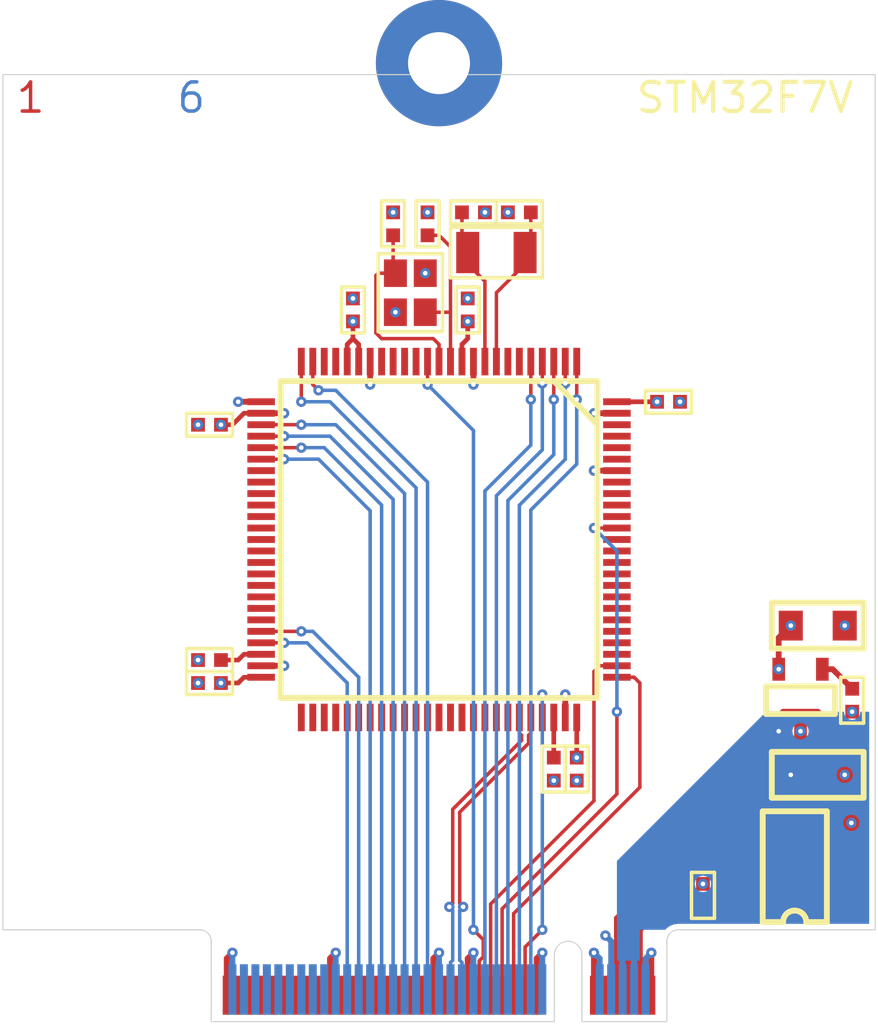
<source format=kicad_pcb>
(kicad_pcb (version 20240108) (generator "pcbnew") (generator_version "8.0")
  (layers (0 "F.Cu" signal "Top Layer") (1 "In1.Cu" signal "Signal Layer 1") (2 "In2.Cu" signal "Signal Layer 2") (3 "In3.Cu" signal "Signal Layer 3") (4 "In4.Cu" signal "Signal Layer 4") (31 "B.Cu" signal "Bottom Layer") (34 "B.Paste" user "Bottom Paste") (35 "F.Paste" user "Top Paste") (36 "B.SilkS" user "Bottom Overlay") (37 "F.SilkS" user "Top Overlay") (38 "B.Mask" user "Bottom Solder") (39 "F.Mask" user "Top Solder") (44 "Edge.Cuts" user))
  (net 0 "")
  (net 1 "V3.3")
  (net 2 "NetC17_2")
  (net 3 "NetC16_2")
  (net 4 "NetC15_2")
  (net 5 "NetC9_1")
  (net 6 "NetC8_1")
  (net 7 "NetC3_2")
  (net 8 "NetC2_2")
  (net 9 "VMGMT")
  (net 10 "MGMT_SDA")
  (net 11 "MGMT_SCL")
  (net 12 "GND")
  (net 13 "D_N")
  (net 14 "D_P")
  (net 15 "GPIO0")
  (net 16 "GPIO1")
  (net 17 "GPIO2")
  (net 18 "GPIO3")
  (net 19 "GPIO4")
  (net 20 "GPIO5")
  (net 21 "GPIO6")
  (net 22 "GPIO7")
  (net 23 "JTCK")
  (net 24 "JTDI")
  (net 25 "JTDO")
  (net 26 "JTMS")
  (net 27 "NRST")
  (net 28 "TRACECLK")
  (net 29 "TRACED0")
  (net 30 "TRACED1")
  (net 31 "TRACED2")
  (net 32 "TRACED3")
  (net 33 "VIN")
  (footprint "misc.IntLib:0402" (layer "F.Cu") (at 166.5011 111.6286 90)
    (property "Reference" "C15" (hide yes))
    (property "Value" "100nF" (hide yes))
  )
  (footprint "misc.IntLib:0402" (layer "F.Cu") (at 154.5011 114.6286 90)
    (property "Reference" "C10" (hide yes))
    (property "Value" "100n" (hide yes))
  )
  (footprint "misc.IntLib:SO8" (layer "F.Cu") (at 164.0011 118.8786 90)
    (property "Reference" "U1" (hide yes))
    (property "Value" "24Cxx" (hide yes))
  )
  (footprint "misc.IntLib:0402" (layer "F.Cu") (at 138.5011 109.8786)
    (property "Reference" "C3" (hide yes))
    (property "Value" "2.2u" (hide yes))
  )
  (footprint "misc.IntLib:0402" (layer "F.Cu") (at 138.5011 110.8786)
    (property "Reference" "C12" (hide yes))
    (property "Value" "100n" (hide yes))
  )
  (footprint "" (layer "F.Cu") (at 148.5011 83.8786)
    (property "Reference" "")
    (property "Value" "")
  )
  (footprint "misc.IntLib:XTAL-3215" (layer "F.Cu") (at 151.0011 92.1286)
    (property "Reference" "Y2" (hide yes))
    (property "Value" "32.768kHz" (hide yes))
  )
  (footprint "misc.IntLib:0402" (layer "F.Cu") (at 160.0011 120.1286 -90)
    (property "Reference" "C1" (hide yes))
    (property "Value" "100nF" (hide yes))
  )
  (footprint "misc.IntLib:0805" (layer "F.Cu") (at 165.0011 108.3786 180)
    (property "Reference" "C14" (hide yes))
    (property "Value" "22uF" (hide yes))
  )
  (footprint "misc.IntLib:0402" (layer "F.Cu") (at 153.5011 114.6286 90)
    (property "Reference" "C2" (hide yes))
    (property "Value" "2.2u" (hide yes))
  )
  (footprint "misc.IntLib:0402" (layer "F.Cu") (at 144.7511 94.6286 -90)
    (property "Reference" "C6" (hide yes))
    (property "Value" "100n" (hide yes))
  )
  (footprint "misc.IntLib:M.2_B_EDGE" (layer "F.Cu") (at 148.5011 121.6286)
    (property "Reference" "P1" (hide yes))
    (property "Value" "M.2_B" (hide yes))
  )
  (footprint "misc.IntLib:XTAL-2520-4SMD" (layer "F.Cu") (at 147.2511 93.8786 90)
    (property "Reference" "Y1" (hide yes))
    (property "Value" "12MHz" (hide yes))
  )
  (footprint "misc.IntLib:0402" (layer "F.Cu") (at 150.0011 90.3786 180)
    (property "Reference" "C16" (hide yes))
    (property "Value" "22p" (hide yes))
  )
  (footprint "misc.IntLib:0805" (layer "F.Cu") (at 165.0011 114.8786 180)
    (property "Reference" "C13" (hide yes))
    (property "Value" "22uF" (hide yes))
  )
  (footprint "misc.IntLib:0402" (layer "F.Cu") (at 146.5011 90.8786 90)
    (property "Reference" "C9" (hide yes))
    (property "Value" "10p" (hide yes))
  )
  (footprint "misc.IntLib:0402" (layer "F.Cu") (at 138.5011 99.6286)
    (property "Reference" "C11" (hide yes))
    (property "Value" "100n" (hide yes))
  )
  (footprint "misc.IntLib:0402" (layer "F.Cu") (at 158.5011 98.6286 180)
    (property "Reference" "C5" (hide yes))
    (property "Value" "100n" (hide yes))
  )
  (footprint "misc.IntLib:QFP100" (layer "F.Cu") (at 148.5011 104.6286 180)
    (property "Reference" "U2" (hide yes))
    (property "Value" "STM32F730V" (hide yes))
  )
  (footprint "misc.IntLib:0402" (layer "F.Cu") (at 152.0011 90.3786)
    (property "Reference" "C17" (hide yes))
    (property "Value" "22p" (hide yes))
  )
  (footprint "misc.IntLib:SOT23-5" (layer "F.Cu") (at 164.2511 111.6286)
    (property "Reference" "U3" (hide yes))
    (property "Value" "RT9193-33" (hide yes))
  )
  (footprint "misc.IntLib:0402" (layer "F.Cu") (at 148.0011 90.8786 90)
    (property "Reference" "C8" (hide yes))
    (property "Value" "10p" (hide yes))
  )
  (footprint "misc.IntLib:0402" (layer "F.Cu") (at 149.7511 94.6286 -90)
    (property "Reference" "C4" (hide yes))
    (property "Value" "100n" (hide yes))
  )
  (gr_arc (start 154.1261 122.1286) (mid 154.550364 122.304336) (end 154.7261 122.7286) (stroke (width 0.05)) (layer "Edge.Cuts"))
  (gr_line (start 167.5011 84.3786) (end 167.5011 121.6286) (stroke (width 0.05)) (layer "Edge.Cuts"))
  (gr_line (start 138.0761 121.6286) (end 129.5011 121.6286) (stroke (width 0.05)) (layer "Edge.Cuts"))
  (gr_line (start 154.7261 125.6286) (end 154.7261 122.7286) (stroke (width 0.05)) (layer "Edge.Cuts"))
  (gr_line (start 158.4261 122.1286) (end 158.4261 125.6286) (stroke (width 0.05)) (layer "Edge.Cuts"))
  (gr_line (start 153.5261 122.7286) (end 153.5261 125.6286) (stroke (width 0.05)) (layer "Edge.Cuts"))
  (gr_arc (start 158.4261 122.1286) (mid 158.572547 121.775047) (end 158.9261 121.6286) (stroke (width 0.05)) (layer "Edge.Cuts"))
  (gr_line (start 153.5261 125.6286) (end 138.5761 125.6286) (stroke (width 0.05)) (layer "Edge.Cuts"))
  (gr_arc (start 138.0761 121.6286) (mid 138.429653 121.775047) (end 138.5761 122.1286) (stroke (width 0.05)) (layer "Edge.Cuts"))
  (gr_line (start 129.5011 84.3786) (end 167.5011 84.3786) (stroke (width 0.05)) (layer "Edge.Cuts"))
  (gr_line (start 167.5011 121.6286) (end 158.9261 121.6286) (stroke (width 0.05)) (layer "Edge.Cuts"))
  (gr_line (start 138.5761 125.6286) (end 138.5761 122.1286) (stroke (width 0.05)) (layer "Edge.Cuts"))
  (gr_arc (start 153.5261 122.7286) (mid 153.701836 122.304336) (end 154.1261 122.1286) (stroke (width 0.05)) (layer "Edge.Cuts"))
  (gr_line (start 158.4261 125.6286) (end 154.7261 125.6286) (stroke (width 0.05)) (layer "Edge.Cuts"))
  (gr_line (start 129.5011 121.6286) (end 129.5011 84.3786) (stroke (width 0.05)) (layer "Edge.Cuts"))
  (gr_text "1" (at 130.0011 86.1286 360) (layer "F.Cu") (effects (font (size 1.27 1.27) (thickness 0.1524)) (justify left bottom)))
  (gr_text "6" (at 137.0011 86.1286 360) (layer "B.Cu") (effects (font (size 1.27 1.27) (thickness 0.1524)) (justify left bottom)))
  (gr_text "STM32F7V" (at 157.0011 86.1286 0) (layer "F.SilkS") (effects (font (size 1.27 1.27) (thickness 0.1778)) (justify left bottom)))
  (segment (start 140.0011 99.1286) (end 140.7511 99.1286) (width 0.2032) (layer "F.Cu") (net 1))
  (segment (start 163.3011 110.2786) (end 163.3011 108.9036) (width 0.254) (layer "F.Cu") (net 1))
  (segment (start 144.7511 95.8786) (end 144.7511 95.1286) (width 0.2032) (layer "F.Cu") (net 1))
  (segment (start 140.0011 110.6286) (end 140.7511 110.6286) (width 0.2032) (layer "F.Cu") (net 1))
  (segment (start 140.7511 99.1286) (end 141.7511 99.1286) (width 0.254) (layer "F.Cu") (net 1))
  (segment (start 144.5011 96.8786) (end 144.5011 96.1286) (width 0.2032) (layer "F.Cu") (net 1))
  (segment (start 144.7511 95.8786) (end 145.0011 96.1286) (width 0.2032) (layer "F.Cu") (net 1))
  (segment (start 139.5011 99.6286) (end 140.0011 99.1286) (width 0.2032) (layer "F.Cu") (net 1))
  (segment (start 149.5011 96.1286) (end 149.7511 95.8786) (width 0.2032) (layer "F.Cu") (net 1))
  (segment (start 145.0011 96.8786) (end 145.0011 96.1286) (width 0.2032) (layer "F.Cu") (net 1))
  (segment (start 154.5011 114.1286) (end 154.5011 112.3786) (width 0.2032) (layer "F.Cu") (net 1))
  (segment (start 163.3011 108.9036) (end 163.8261 108.3786) (width 0.254) (layer "F.Cu") (net 1))
  (segment (start 144.5011 96.1286) (end 144.7511 95.8786) (width 0.2032) (layer "F.Cu") (net 1))
  (segment (start 139.7511 110.8786) (end 140.0011 110.6286) (width 0.2032) (layer "F.Cu") (net 1))
  (segment (start 156.2511 98.6286) (end 158.0011 98.6286) (width 0.2032) (layer "F.Cu") (net 1))
  (segment (start 149.5011 96.8786) (end 149.5011 96.1286) (width 0.2032) (layer "F.Cu") (net 1))
  (segment (start 139.0011 110.8786) (end 139.7511 110.8786) (width 0.2032) (layer "F.Cu") (net 1))
  (segment (start 139.0011 99.6286) (end 139.5011 99.6286) (width 0.2032) (layer "F.Cu") (net 1))
  (segment (start 149.7511 95.8786) (end 149.7511 95.1286) (width 0.2032) (layer "F.Cu") (net 1))
  (via (at 163.3011 110.2786) (size 0.45) (drill 0.2) (layers "F.Cu" "B.Cu") (net 1))
  (via (at 154.5011 114.1286) (size 0.45) (drill 0.2) (layers "F.Cu" "B.Cu") (net 1))
  (via (at 141.7511 99.1286) (size 0.45) (drill 0.2) (layers "F.Cu" "B.Cu") (net 1))
  (via (at 163.8261 108.3786) (size 0.45) (drill 0.2) (layers "F.Cu" "B.Cu") (net 1))
  (via (at 139.0011 99.6286) (size 0.45) (drill 0.2) (layers "F.Cu" "B.Cu") (net 1))
  (via (at 158.0011 98.6286) (size 0.45) (drill 0.2) (layers "F.Cu" "B.Cu") (net 1))
  (via (at 139.0011 110.8786) (size 0.45) (drill 0.2) (layers "F.Cu" "B.Cu") (net 1))
  (via (at 149.7511 95.1286) (size 0.45) (drill 0.2) (layers "F.Cu" "B.Cu") (net 1))
  (via (at 144.7511 95.1286) (size 0.45) (drill 0.2) (layers "F.Cu" "B.Cu") (net 1))
  (via (at 155.7511 121.8786) (size 0.45) (drill 0.2) (layers "F.Cu" "B.Cu") (net 1))
  (segment (start 155.7511 121.8786) (end 156.0011 122.1286) (width 0.254) (layer "B.Cu") (net 1))
  (segment (start 156.0011 124.2286) (end 156.0011 122.1286) (width 0.254) (layer "B.Cu") (net 1))
  (segment (start 152.5011 91.8786) (end 152.5011 90.3786) (width 0.1524) (layer "F.Cu") (net 2))
  (segment (start 152.2511 92.6286) (end 152.2511 92.1286) (width 0.1524) (layer "F.Cu") (net 2))
  (segment (start 151.0011 96.8786) (end 151.0011 93.8786) (width 0.1524) (layer "F.Cu") (net 2))
  (segment (start 151.0011 93.8786) (end 152.2511 92.6286) (width 0.1524) (layer "F.Cu") (net 2))
  (segment (start 152.2511 92.1286) (end 152.5011 91.8786) (width 0.1524) (layer "F.Cu") (net 2))
  (segment (start 150.5011 96.8786) (end 150.5011 93.3786) (width 0.1524) (layer "F.Cu") (net 3))
  (segment (start 149.7511 92.6286) (end 150.5011 93.3786) (width 0.1524) (layer "F.Cu") (net 3))
  (segment (start 149.7511 92.6286) (end 149.7511 92.1286) (width 0.1524) (layer "F.Cu") (net 3))
  (segment (start 149.5011 91.8786) (end 149.7511 92.1286) (width 0.1524) (layer "F.Cu") (net 3))
  (segment (start 149.5011 91.8786) (end 149.5011 90.3786) (width 0.1524) (layer "F.Cu") (net 3))
  (segment (start 165.2011 110.2786) (end 165.6511 110.2786) (width 0.254) (layer "F.Cu") (net 4))
  (segment (start 165.6511 110.2786) (end 166.5011 111.1286) (width 0.254) (layer "F.Cu") (net 4))
  (segment (start 148.5011 96.8786) (end 148.5011 96.1286) (width 0.1524) (layer "F.Cu") (net 5))
  (segment (start 145.7511 93.1286) (end 145.8511 93.0286) (width 0.1524) (layer "F.Cu") (net 5))
  (segment (start 146.5011 92.9286) (end 146.6011 93.0286) (width 0.1524) (layer "F.Cu") (net 5))
  (segment (start 146.0011 95.8786) (end 148.2511 95.8786) (width 0.1524) (layer "F.Cu") (net 5))
  (segment (start 145.8511 93.0286) (end 146.6011 93.0286) (width 0.1524) (layer "F.Cu") (net 5))
  (segment (start 145.7511 95.6286) (end 146.0011 95.8786) (width 0.1524) (layer "F.Cu") (net 5))
  (segment (start 146.5011 92.9286) (end 146.5011 91.3786) (width 0.1524) (layer "F.Cu") (net 5))
  (segment (start 148.2511 95.8786) (end 148.5011 96.1286) (width 0.1524) (layer "F.Cu") (net 5))
  (segment (start 145.7511 95.6286) (end 145.7511 93.1286) (width 0.1524) (layer "F.Cu") (net 5))
  (segment (start 148.0011 91.3786) (end 148.5011 91.3786) (width 0.1524) (layer "F.Cu") (net 6))
  (segment (start 149.0011 96.8786) (end 149.0011 94.7286) (width 0.1524) (layer "F.Cu") (net 6))
  (segment (start 148.5011 91.3786) (end 149.0011 91.8786) (width 0.1524) (layer "F.Cu") (net 6))
  (segment (start 149.0011 94.7286) (end 149.0011 91.8786) (width 0.1524) (layer "F.Cu") (net 6))
  (segment (start 147.9011 94.7286) (end 149.0011 94.7286) (width 0.1524) (layer "F.Cu") (net 6))
  (segment (start 140.0011 109.6286) (end 140.7511 109.6286) (width 0.2032) (layer "F.Cu") (net 7))
  (segment (start 139.7511 109.8786) (end 140.0011 109.6286) (width 0.2032) (layer "F.Cu") (net 7))
  (segment (start 139.0011 109.8786) (end 139.7511 109.8786) (width 0.2032) (layer "F.Cu") (net 7))
  (segment (start 153.5011 112.3786) (end 153.5011 112.3786) (width 0.2032) (layer "F.Cu") (net 8))
  (segment (start 153.5011 114.1286) (end 153.5011 112.3786) (width 0.2032) (layer "F.Cu") (net 8))
  (segment (start 157.2511 124.4786) (end 157.2511 121.6286) (width 0.254) (layer "F.Cu") (net 9))
  (segment (start 157.2511 121.6286) (end 158.0961 120.7836) (width 0.254) (layer "F.Cu") (net 9))
  (segment (start 158.0961 120.7836) (end 161.5373 120.7836) (width 0.254) (layer "F.Cu") (net 9))
  (segment (start 160.4061 116.9736) (end 161.5373 116.9736) (width 0.254) (layer "F.Cu") (net 10))
  (segment (start 156.2511 121.1286) (end 160.4061 116.9736) (width 0.254) (layer "F.Cu") (net 10))
  (segment (start 156.2511 124.4786) (end 156.2511 121.1286) (width 0.254) (layer "F.Cu") (net 10))
  (segment (start 159.8561 118.2736) (end 161.5373 118.2736) (width 0.254) (layer "F.Cu") (net 11))
  (segment (start 156.7511 121.3786) (end 159.8561 118.2736) (width 0.254) (layer "F.Cu") (net 11))
  (segment (start 156.7511 124.4786) (end 156.7511 121.3786) (width 0.254) (layer "F.Cu") (net 11))
  (segment (start 139.2511 122.8786) (end 139.5011 122.6286) (width 0.254) (layer "F.Cu") (net 12))
  (segment (start 155.2511 124.4786) (end 155.2511 122.6286) (width 0.254) (layer "F.Cu") (net 12))
  (segment (start 152.7511 122.8786) (end 153.0011 122.6286) (width 0.254) (layer "F.Cu") (net 12))
  (segment (start 148.2511 124.4786) (end 148.2511 122.8786) (width 0.254) (layer "F.Cu") (net 12))
  (segment (start 154.0011 112.3786) (end 154.0011 111.3786) (width 0.254) (layer "F.Cu") (net 12))
  (segment (start 149.7511 124.4786) (end 149.7511 122.8786) (width 0.254) (layer "F.Cu") (net 12))
  (segment (start 149.7511 122.8786) (end 150.0011 122.6286) (width 0.254) (layer "F.Cu") (net 12))
  (segment (start 143.7511 124.4786) (end 143.7511 122.8786) (width 0.254) (layer "F.Cu") (net 12))
  (segment (start 148.2511 122.8786) (end 148.5011 122.6286) (width 0.254) (layer "F.Cu") (net 12))
  (segment (start 152.7511 124.4786) (end 152.7511 122.8786) (width 0.254) (layer "F.Cu") (net 12))
  (segment (start 145.5011 97.8786) (end 145.5011 96.8786) (width 0.254) (layer "F.Cu") (net 12))
  (segment (start 143.7511 122.8786) (end 144.0011 122.6286) (width 0.254) (layer "F.Cu") (net 12))
  (segment (start 150.0011 97.8786) (end 150.0011 96.8786) (width 0.254) (layer "F.Cu") (net 12))
  (segment (start 140.7511 110.1286) (end 141.7511 110.1286) (width 0.254) (layer "F.Cu") (net 12))
  (segment (start 139.7511 98.6286) (end 140.7511 98.6286) (width 0.254) (layer "F.Cu") (net 12))
  (segment (start 139.2511 124.4786) (end 139.2511 122.8786) (width 0.254) (layer "F.Cu") (net 12))
  (segment (start 155.2511 101.6286) (end 156.2511 101.6286) (width 0.254) (layer "F.Cu") (net 12))
  (segment (start 155.2511 99.1286) (end 156.2511 99.1286) (width 0.254) (layer "F.Cu") (net 12))
  (segment (start 157.7511 124.4786) (end 157.7511 122.6286) (width 0.254) (layer "F.Cu") (net 12))
  (via (at 146.6011 94.7286) (size 0.45) (drill 0.2) (layers "F.Cu" "B.Cu") (net 12))
  (via (at 154.5011 115.1286) (size 0.45) (drill 0.2) (layers "F.Cu" "B.Cu") (net 12))
  (via (at 149.7511 94.1286) (size 0.45) (drill 0.2) (layers "F.Cu" "B.Cu") (net 12))
  (via (at 141.7511 110.1286) (size 0.45) (drill 0.2) (layers "F.Cu" "B.Cu") (net 12))
  (via (at 155.2511 99.1286) (size 0.45) (drill 0.2) (layers "F.Cu" "B.Cu") (net 12))
  (via (at 154.0011 111.3786) (size 0.45) (drill 0.2) (layers "F.Cu" "B.Cu") (net 12))
  (via (at 157.7511 122.6286) (size 0.45) (drill 0.2) (layers "F.Cu" "B.Cu") (net 12))
  (via (at 150.0011 97.8786) (size 0.45) (drill 0.2) (layers "F.Cu" "B.Cu") (net 12))
  (via (at 155.2511 122.6286) (size 0.45) (drill 0.2) (layers "F.Cu" "B.Cu") (net 12))
  (via (at 160.0011 119.6286) (size 0.45) (drill 0.2) (layers "F.Cu" "B.Cu") (net 12))
  (via (at 155.2511 101.6286) (size 0.45) (drill 0.2) (layers "F.Cu" "B.Cu") (net 12))
  (via (at 145.5011 97.8786) (size 0.45) (drill 0.2) (layers "F.Cu" "B.Cu") (net 12))
  (via (at 166.1761 114.8786) (size 0.45) (drill 0.2) (layers "F.Cu" "B.Cu") (net 12))
  (via (at 159.0011 98.6286) (size 0.45) (drill 0.2) (layers "F.Cu" "B.Cu") (net 12))
  (via (at 166.1761 108.3786) (size 0.45) (drill 0.2) (layers "F.Cu" "B.Cu") (net 12))
  (via (at 147.9011 93.0286) (size 0.45) (drill 0.2) (layers "F.Cu" "B.Cu") (net 12))
  (via (at 144.0011 122.6286) (size 0.45) (drill 0.2) (layers "F.Cu" "B.Cu") (net 12))
  (via (at 148.0011 90.3786) (size 0.45) (drill 0.2) (layers "F.Cu" "B.Cu") (net 12))
  (via (at 138.0011 109.8786) (size 0.45) (drill 0.2) (layers "F.Cu" "B.Cu") (net 12))
  (via (at 164.2511 112.9786) (size 0.45) (drill 0.2) (layers "F.Cu" "B.Cu") (net 12))
  (via (at 146.5011 90.3786) (size 0.45) (drill 0.2) (layers "F.Cu" "B.Cu") (net 12))
  (via (at 166.4649 116.9736) (size 0.45) (drill 0.2) (layers "F.Cu" "B.Cu") (net 12))
  (via (at 139.5011 122.6286) (size 0.45) (drill 0.2) (layers "F.Cu" "B.Cu") (net 12))
  (via (at 150.0011 122.6286) (size 0.45) (drill 0.2) (layers "F.Cu" "B.Cu") (net 12))
  (via (at 139.7511 98.6286) (size 0.45) (drill 0.2) (layers "F.Cu" "B.Cu") (net 12))
  (via (at 150.5011 90.3786) (size 0.45) (drill 0.2) (layers "F.Cu" "B.Cu") (net 12))
  (via (at 148.5011 122.6286) (size 0.45) (drill 0.2) (layers "F.Cu" "B.Cu") (net 12))
  (via (at 151.5011 90.3786) (size 0.45) (drill 0.2) (layers "F.Cu" "B.Cu") (net 12))
  (via (at 153.5011 115.1286) (size 0.45) (drill 0.2) (layers "F.Cu" "B.Cu") (net 12))
  (via (at 138.0011 99.6286) (size 0.45) (drill 0.2) (layers "F.Cu" "B.Cu") (net 12))
  (via (at 166.5011 112.1286) (size 0.45) (drill 0.2) (layers "F.Cu" "B.Cu") (net 12))
  (via (at 138.0011 110.8786) (size 0.45) (drill 0.2) (layers "F.Cu" "B.Cu") (net 12))
  (via (at 144.7511 94.1286) (size 0.45) (drill 0.2) (layers "F.Cu" "B.Cu") (net 12))
  (via (at 153.0011 122.6286) (size 0.45) (drill 0.2) (layers "F.Cu" "B.Cu") (net 12))
  (segment (start 157.5011 124.2286) (end 157.5011 122.8786) (width 0.254) (layer "B.Cu") (net 12))
  (segment (start 139.5011 124.2286) (end 139.5011 122.6286) (width 0.254) (layer "B.Cu") (net 12))
  (segment (start 148.5011 124.2286) (end 148.5011 122.6286) (width 0.254) (layer "B.Cu") (net 12))
  (segment (start 155.5011 124.2286) (end 155.5011 122.8786) (width 0.254) (layer "B.Cu") (net 12))
  (segment (start 157.5011 122.8786) (end 157.7511 122.6286) (width 0.254) (layer "B.Cu") (net 12))
  (segment (start 144.0011 124.2286) (end 144.0011 122.6286) (width 0.254) (layer "B.Cu") (net 12))
  (segment (start 153.0011 124.2286) (end 153.0011 122.6286) (width 0.254) (layer "B.Cu") (net 12))
  (segment (start 155.2511 122.6286) (end 155.5011 122.8786) (width 0.254) (layer "B.Cu") (net 12))
  (segment (start 150.0011 124.2286) (end 150.0011 122.6286) (width 0.254) (layer "B.Cu") (net 12))
  (segment (start 149.0987 120.47979) (end 149.0987 116.3786) (width 0.1524) (layer "F.Cu") (net 13))
  (segment (start 152.0987 113.3786) (end 152.0987 113.1524) (width 0.1524) (layer "F.Cu") (net 13))
  (segment (start 152.0011 113.0548) (end 152.0011 112.3786) (width 0.1524) (layer "F.Cu") (net 13))
  (segment (start 149.0987 116.3786) (end 152.0987 113.3786) (width 0.1524) (layer "F.Cu") (net 13))
  (segment (start 148.9499 120.6286) (end 149.0987 120.47979) (width 0.1524) (layer "F.Cu") (net 13))
  (segment (start 152.0011 113.0548) (end 152.0987 113.1524) (width 0.1524) (layer "F.Cu") (net 13))
  (via (at 148.9499 120.6286) (size 0.45) (drill 0.2) (layers "F.Cu" "B.Cu") (net 13))
  (segment (start 149.0011 123.0524) (end 149.0987 122.9548) (width 0.1524) (layer "B.Cu") (net 13))
  (segment (start 148.9499 120.6286) (end 149.0987 120.7774) (width 0.1524) (layer "B.Cu") (net 13))
  (segment (start 149.0011 124.2286) (end 149.0011 123.0524) (width 0.1524) (layer "B.Cu") (net 13))
  (segment (start 149.0987 122.9548) (end 149.0987 120.7774) (width 0.1524) (layer "B.Cu") (net 13))
  (segment (start 152.4035 113.50485) (end 152.4035 113.1524) (width 0.1524) (layer "F.Cu") (net 14))
  (segment (start 149.4035 120.47979) (end 149.4035 116.50485) (width 0.1524) (layer "F.Cu") (net 14))
  (segment (start 149.4035 116.50485) (end 152.4035 113.50485) (width 0.1524) (layer "F.Cu") (net 14))
  (segment (start 149.4035 120.47979) (end 149.5523 120.6286) (width 0.1524) (layer "F.Cu") (net 14))
  (segment (start 152.5011 113.0548) (end 152.5011 112.3786) (width 0.1524) (layer "F.Cu") (net 14))
  (segment (start 152.4035 113.1524) (end 152.5011 113.0548) (width 0.1524) (layer "F.Cu") (net 14))
  (via (at 149.5523 120.6286) (size 0.45) (drill 0.2) (layers "F.Cu" "B.Cu") (net 14))
  (segment (start 149.4035 122.9548) (end 149.4035 120.7774) (width 0.1524) (layer "B.Cu") (net 14))
  (segment (start 149.4035 122.9548) (end 149.5011 123.0524) (width 0.1524) (layer "B.Cu") (net 14))
  (segment (start 149.5011 124.2286) (end 149.5011 123.0524) (width 0.1524) (layer "B.Cu") (net 14))
  (segment (start 149.4035 120.7774) (end 149.5523 120.6286) (width 0.1524) (layer "B.Cu") (net 14))
  (segment (start 143.0011 97.8786) (end 143.2511 98.1286) (width 0.1524) (layer "F.Cu") (net 15))
  (segment (start 143.0011 97.8786) (end 143.0011 96.8786) (width 0.1524) (layer "F.Cu") (net 15))
  (via (at 143.2511 98.1286) (size 0.45) (drill 0.2) (layers "F.Cu" "B.Cu") (net 15))
  (segment (start 148.0011 124.2286) (end 148.0011 102.1286) (width 0.1524) (layer "B.Cu") (net 15))
  (segment (start 144.0011 98.1286) (end 148.0011 102.1286) (width 0.1524) (layer "B.Cu") (net 15))
  (segment (start 143.2511 98.1286) (end 144.0011 98.1286) (width 0.1524) (layer "B.Cu") (net 15))
  (segment (start 142.5011 98.6286) (end 142.5011 96.8786) (width 0.1524) (layer "F.Cu") (net 16))
  (via (at 142.5011 98.6286) (size 0.45) (drill 0.2) (layers "F.Cu" "B.Cu") (net 16))
  (segment (start 142.5011 98.6286) (end 143.7511 98.6286) (width 0.1524) (layer "B.Cu") (net 16))
  (segment (start 143.7511 98.6286) (end 147.5011 102.3786) (width 0.1524) (layer "B.Cu") (net 16))
  (segment (start 147.5011 124.2286) (end 147.5011 102.3786) (width 0.1524) (layer "B.Cu") (net 16))
  (segment (start 140.7511 99.6286) (end 142.5011 99.6286) (width 0.1524) (layer "F.Cu") (net 17))
  (via (at 142.5011 99.6286) (size 0.45) (drill 0.2) (layers "F.Cu" "B.Cu") (net 17))
  (segment (start 142.5011 99.6286) (end 144.0011 99.6286) (width 0.1524) (layer "B.Cu") (net 17))
  (segment (start 144.0011 99.6286) (end 147.0011 102.6286) (width 0.1524) (layer "B.Cu") (net 17))
  (segment (start 147.0011 124.2286) (end 147.0011 102.6286) (width 0.1524) (layer "B.Cu") (net 17))
  (segment (start 140.7511 100.1286) (end 141.7511 100.1286) (width 0.1524) (layer "F.Cu") (net 18))
  (via (at 141.7511 100.1286) (size 0.45) (drill 0.2) (layers "F.Cu" "B.Cu") (net 18))
  (segment (start 143.7511 100.1286) (end 146.5011 102.8786) (width 0.1524) (layer "B.Cu") (net 18))
  (segment (start 141.7511 100.1286) (end 143.7511 100.1286) (width 0.1524) (layer "B.Cu") (net 18))
  (segment (start 146.5011 124.2286) (end 146.5011 102.8786) (width 0.1524) (layer "B.Cu") (net 18))
  (segment (start 140.7511 100.6286) (end 142.5011 100.6286) (width 0.1524) (layer "F.Cu") (net 19))
  (segment (start 140.7511 100.6286) (end 140.7511 100.6286) (width 0.1524) (layer "F.Cu") (net 19))
  (via (at 142.5011 100.6286) (size 0.45) (drill 0.2) (layers "F.Cu" "B.Cu") (net 19))
  (segment (start 146.0011 124.2286) (end 146.0011 103.1286) (width 0.1524) (layer "B.Cu") (net 19))
  (segment (start 142.5011 100.6286) (end 143.5011 100.6286) (width 0.1524) (layer "B.Cu") (net 19))
  (segment (start 143.5011 100.6286) (end 146.0011 103.1286) (width 0.1524) (layer "B.Cu") (net 19))
  (segment (start 140.7511 101.1286) (end 141.7511 101.1286) (width 0.1524) (layer "F.Cu") (net 20))
  (via (at 141.7511 101.1286) (size 0.45) (drill 0.2) (layers "F.Cu" "B.Cu") (net 20))
  (segment (start 145.5011 124.2286) (end 145.5011 103.3786) (width 0.1524) (layer "B.Cu") (net 20))
  (segment (start 143.2511 101.1286) (end 145.5011 103.3786) (width 0.1524) (layer "B.Cu") (net 20))
  (segment (start 141.7511 101.1286) (end 143.2511 101.1286) (width 0.1524) (layer "B.Cu") (net 20))
  (segment (start 140.7511 108.6286) (end 142.5011 108.6286) (width 0.1524) (layer "F.Cu") (net 21))
  (via (at 142.5011 108.6286) (size 0.45) (drill 0.2) (layers "F.Cu" "B.Cu") (net 21))
  (segment (start 142.5011 108.6286) (end 143.0011 108.6286) (width 0.1524) (layer "B.Cu") (net 21))
  (segment (start 143.0011 108.6286) (end 145.0011 110.6286) (width 0.1524) (layer "B.Cu") (net 21))
  (segment (start 145.0011 124.2286) (end 145.0011 110.6286) (width 0.1524) (layer "B.Cu") (net 21))
  (segment (start 140.7511 109.1286) (end 141.7511 109.1286) (width 0.1524) (layer "F.Cu") (net 22))
  (via (at 141.7511 109.1286) (size 0.45) (drill 0.2) (layers "F.Cu" "B.Cu") (net 22))
  (segment (start 144.5011 124.2286) (end 144.5011 110.8786) (width 0.1524) (layer "B.Cu") (net 22))
  (segment (start 141.7511 109.1286) (end 142.7511 109.1286) (width 0.1524) (layer "B.Cu") (net 22))
  (segment (start 142.7511 109.1286) (end 144.5011 110.8786) (width 0.1524) (layer "B.Cu") (net 22))
  (segment (start 156.2511 110.6286) (end 157.0011 110.6286) (width 0.1524) (layer "F.Cu") (net 23))
  (segment (start 157.0011 110.6286) (end 157.2511 110.8786) (width 0.1524) (layer "F.Cu") (net 23))
  (segment (start 151.7511 120.92149) (end 157.2511 115.42149) (width 0.1524) (layer "F.Cu") (net 23))
  (segment (start 157.2511 115.42149) (end 157.2511 110.8786) (width 0.1524) (layer "F.Cu") (net 23))
  (segment (start 151.7511 124.4786) (end 151.7511 120.92149) (width 0.1524) (layer "F.Cu") (net 23))
  (segment (start 155.2511 116.00728) (end 155.2511 110.3786) (width 0.1524) (layer "F.Cu") (net 24))
  (segment (start 150.7511 120.50728) (end 155.2511 116.00728) (width 0.1524) (layer "F.Cu") (net 24))
  (segment (start 150.7511 124.4786) (end 150.7511 120.50728) (width 0.1524) (layer "F.Cu") (net 24))
  (segment (start 155.5011 110.1286) (end 156.2511 110.1286) (width 0.1524) (layer "F.Cu") (net 24))
  (segment (start 155.2511 110.3786) (end 155.5011 110.1286) (width 0.1524) (layer "F.Cu") (net 24))
  (segment (start 156.2511 104.1286) (end 156.2511 104.1286) (width 0.1524) (layer "F.Cu") (net 25))
  (segment (start 155.2511 104.1286) (end 156.2511 104.1286) (width 0.1524) (layer "F.Cu") (net 25))
  (segment (start 151.2511 124.4786) (end 151.2511 120.71439) (width 0.1524) (layer "F.Cu") (net 25))
  (segment (start 151.2511 120.71439) (end 156.2511 115.71439) (width 0.1524) (layer "F.Cu") (net 25))
  (segment (start 156.2511 115.71439) (end 156.2511 112.1286) (width 0.1524) (layer "F.Cu") (net 25))
  (via (at 156.2511 112.1286) (size 0.45) (drill 0.2) (layers "F.Cu" "B.Cu") (net 25))
  (via (at 155.2511 104.1286) (size 0.45) (drill 0.2) (layers "F.Cu" "B.Cu") (net 25))
  (segment (start 155.2511 104.1286) (end 156.2511 105.1286) (width 0.1524) (layer "B.Cu") (net 25))
  (segment (start 156.2511 112.1286) (end 156.2511 105.1286) (width 0.1524) (layer "B.Cu") (net 25))
  (segment (start 152.2511 124.4786) (end 152.2511 122.3786) (width 0.1524) (layer "F.Cu") (net 26))
  (segment (start 153.0011 112.3786) (end 153.0011 111.3786) (width 0.1524) (layer "F.Cu") (net 26))
  (segment (start 152.2511 122.3786) (end 153.0011 121.6286) (width 0.1524) (layer "F.Cu") (net 26))
  (via (at 153.0011 111.3786) (size 0.45) (drill 0.2) (layers "F.Cu" "B.Cu") (net 26))
  (via (at 153.0011 121.6286) (size 0.45) (drill 0.2) (layers "F.Cu" "B.Cu") (net 26))
  (segment (start 153.0011 111.3786) (end 153.0011 111.3786) (width 0.1524) (layer "B.Cu") (net 26))
  (segment (start 153.0011 121.6286) (end 153.0011 111.3786) (width 0.1524) (layer "B.Cu") (net 26))
  (segment (start 150.4293 122.80596) (end 150.4293 122.0568) (width 0.1524) (layer "F.Cu") (net 27))
  (segment (start 150.2511 122.98416) (end 150.4293 122.80596) (width 0.1524) (layer "F.Cu") (net 27))
  (segment (start 150.0011 121.6286) (end 150.4293 122.0568) (width 0.1524) (layer "F.Cu") (net 27))
  (segment (start 150.2511 124.4786) (end 150.2511 122.98416) (width 0.1524) (layer "F.Cu") (net 27))
  (segment (start 148.0011 97.8786) (end 148.0011 96.8786) (width 0.1524) (layer "F.Cu") (net 27))
  (via (at 150.0011 121.6286) (size 0.45) (drill 0.2) (layers "F.Cu" "B.Cu") (net 27))
  (via (at 148.0011 97.8786) (size 0.45) (drill 0.2) (layers "F.Cu" "B.Cu") (net 27))
  (segment (start 150.0011 121.6286) (end 150.0011 99.8786) (width 0.1524) (layer "B.Cu") (net 27))
  (segment (start 148.0011 97.8786) (end 150.0011 99.8786) (width 0.1524) (layer "B.Cu") (net 27))
  (segment (start 154.5011 98.5286) (end 154.5011 96.8786) (width 0.1524) (layer "F.Cu") (net 28))
  (via (at 154.5011 98.5286) (size 0.45) (drill 0.2) (layers "F.Cu" "B.Cu") (net 28))
  (segment (start 154.5011 101.34281) (end 154.5011 98.5286) (width 0.1524) (layer "B.Cu") (net 28))
  (segment (start 152.5011 103.34281) (end 154.5011 101.34281) (width 0.1524) (layer "B.Cu") (net 28))
  (segment (start 152.5011 124.2286) (end 152.5011 103.34281) (width 0.1524) (layer "B.Cu") (net 28))
  (segment (start 154.0011 97.8286) (end 154.0011 96.8786) (width 0.1524) (layer "F.Cu") (net 29))
  (via (at 154.0011 97.8286) (size 0.45) (drill 0.2) (layers "F.Cu" "B.Cu") (net 29))
  (segment (start 152.0011 124.2286) (end 152.0011 103.13571) (width 0.1524) (layer "B.Cu") (net 29))
  (segment (start 152.0011 103.13571) (end 154.0011 101.13571) (width 0.1524) (layer "B.Cu") (net 29))
  (segment (start 154.0011 101.13571) (end 154.0011 97.8286) (width 0.1524) (layer "B.Cu") (net 29))
  (segment (start 153.5011 98.5286) (end 153.5011 96.8786) (width 0.1524) (layer "F.Cu") (net 30))
  (via (at 153.5011 98.5286) (size 0.45) (drill 0.2) (layers "F.Cu" "B.Cu") (net 30))
  (segment (start 151.5011 124.2286) (end 151.5011 102.9286) (width 0.1524) (layer "B.Cu") (net 30))
  (segment (start 153.5011 100.9286) (end 153.5011 98.5286) (width 0.1524) (layer "B.Cu") (net 30))
  (segment (start 151.5011 102.9286) (end 153.5011 100.9286) (width 0.1524) (layer "B.Cu") (net 30))
  (segment (start 153.0011 97.8286) (end 153.0011 96.8786) (width 0.1524) (layer "F.Cu") (net 31))
  (via (at 153.0011 97.8286) (size 0.45) (drill 0.2) (layers "F.Cu" "B.Cu") (net 31))
  (segment (start 151.0011 124.2286) (end 151.0011 102.72149) (width 0.1524) (layer "B.Cu") (net 31))
  (segment (start 151.0011 102.72149) (end 153.0011 100.72149) (width 0.1524) (layer "B.Cu") (net 31))
  (segment (start 153.0011 100.72149) (end 153.0011 97.8286) (width 0.1524) (layer "B.Cu") (net 31))
  (segment (start 152.5011 98.5286) (end 152.5011 96.8786) (width 0.1524) (layer "F.Cu") (net 32))
  (via (at 152.5011 98.5286) (size 0.45) (drill 0.2) (layers "F.Cu" "B.Cu") (net 32))
  (segment (start 152.5011 100.51438) (end 152.5011 98.5286) (width 0.1524) (layer "B.Cu") (net 32))
  (segment (start 150.5011 102.51438) (end 152.5011 100.51438) (width 0.1524) (layer "B.Cu") (net 32))
  (segment (start 150.5011 124.2286) (end 150.5011 102.51438) (width 0.1524) (layer "B.Cu") (net 32))
  (segment (start 163.3011 114.3536) (end 163.8261 114.8786) (width 0.254) (layer "F.Cu") (net 33))
  (segment (start 163.2511 112.3786) (end 163.5011 112.1286) (width 0.254) (layer "F.Cu") (net 33))
  (segment (start 163.3011 114.3536) (end 163.3011 112.9786) (width 0.254) (layer "F.Cu") (net 33))
  (segment (start 165.0011 112.1286) (end 165.2011 112.3286) (width 0.254) (layer "F.Cu") (net 33))
  (segment (start 163.2511 112.9286) (end 163.2511 112.3786) (width 0.254) (layer "F.Cu") (net 33))
  (segment (start 163.5011 112.1286) (end 165.0011 112.1286) (width 0.254) (layer "F.Cu") (net 33))
  (segment (start 163.2511 112.9286) (end 163.3011 112.9786) (width 0.254) (layer "F.Cu") (net 33))
  (segment (start 165.2011 112.9786) (end 165.2011 112.3286) (width 0.254) (layer "F.Cu") (net 33))
  (via (at 163.3011 112.9786) (size 0.45) (drill 0.2) (layers "F.Cu" "B.Cu") (net 33))
  (via (at 163.8261 114.8786) (size 0.45) (drill 0.2) (layers "F.Cu" "B.Cu") (net 33))
  (zone (net 33) (net_name "VIN") (layer "B.Cu") (priority 2) (connect_pads (clearance 0.5)) (min_thickness 0.25) (fill yes (thermal_gap 0.1524) (thermal_bridge_width 0.254))
    (polygon (pts (xy 156.2511 124.3786) (xy 156.2511 118.6286) (xy 162.7511 112.1286) (xy 167.5011 112.1286) (xy 167.5011 121.6286) (xy 157.2511 121.6286) (xy 157.2511 124.3786)))
  )
)
</source>
